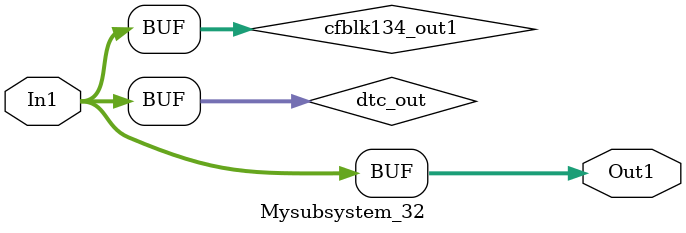
<source format=v>



`timescale 1 ns / 1 ns

module Mysubsystem_32
          (In1,
           Out1);


  input   [7:0] In1;  // uint8
  output  [7:0] Out1;  // uint8


  wire [7:0] dtc_out;  // ufix8
  wire [7:0] cfblk134_out1;  // uint8


  assign dtc_out = In1;



  assign cfblk134_out1 = dtc_out;



  assign Out1 = cfblk134_out1;

endmodule  // Mysubsystem_32


</source>
